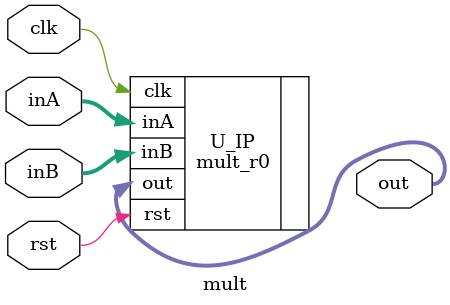
<source format=v>
/*
DESCRIPTION

NOTES

TODO

*/

module mult #(
	parameter BIT_WIDTH = 32,
	parameter DELAY = 0,
	parameter ARCH_SEL = 0
)(
	input clk,
	input rst,
	input [BIT_WIDTH-1:0] inA,
	input [BIT_WIDTH-1:0] inB,
	output [2*BIT_WIDTH-1:0] out
);

/**********
 * Internal Signals
**********/

/**********
 * Glue Logic 
 **********/
/**********
 * Synchronous Logic
 **********/
/**********
 * Glue Logic 
 **********/
/**********
 * Components
 **********/
 	mult_r0 #(
		.BIT_WIDTH(BIT_WIDTH),
		.DELAY(DELAY)
	)U_IP(
		.clk(clk),
		.rst(rst),
		.inA(inA),
		.inB(inB),
		.out(out)
	);
 
/**********
 * Output Combinatorial Logic
 **********/
endmodule

</source>
